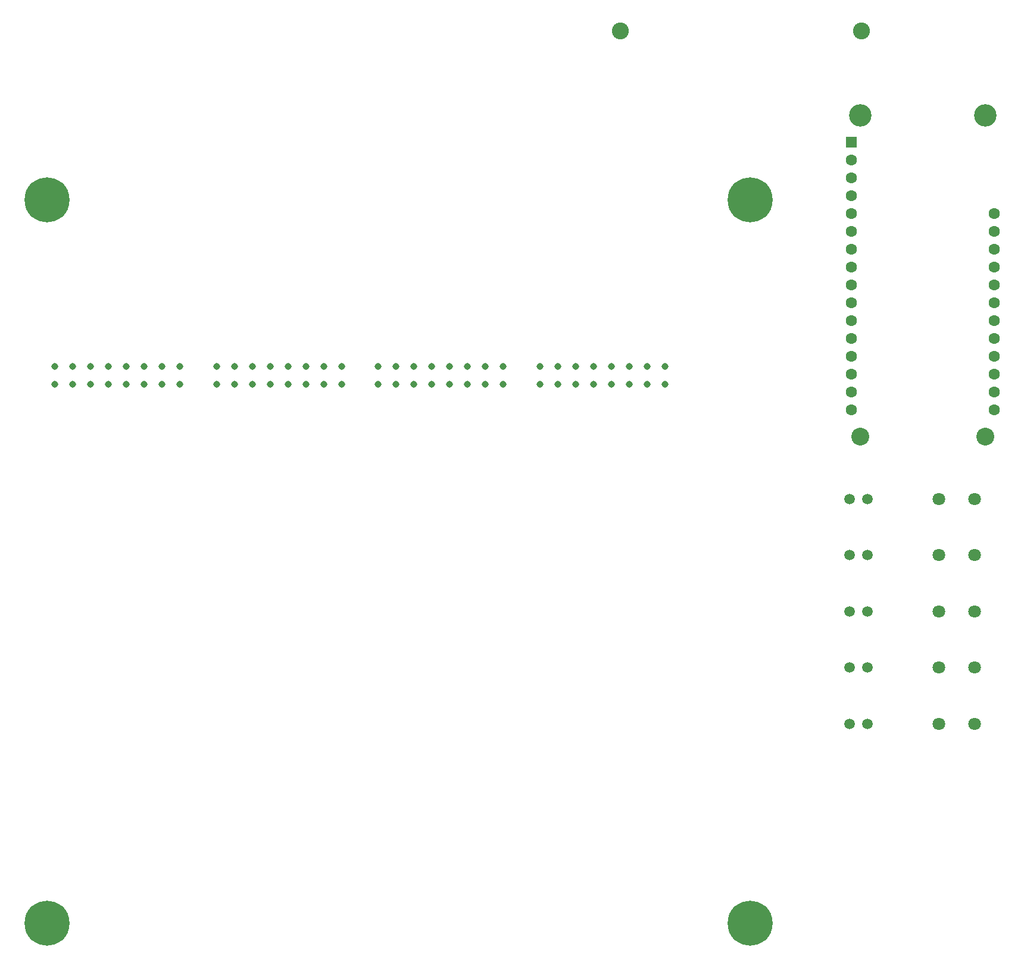
<source format=gbs>
G04 #@! TF.GenerationSoftware,KiCad,Pcbnew,8.0.2*
G04 #@! TF.CreationDate,2024-05-16T19:31:03+09:30*
G04 #@! TF.ProjectId,shutdownPCB,73687574-646f-4776-9e50-43422e6b6963,rev?*
G04 #@! TF.SameCoordinates,Original*
G04 #@! TF.FileFunction,Soldermask,Bot*
G04 #@! TF.FilePolarity,Negative*
%FSLAX46Y46*%
G04 Gerber Fmt 4.6, Leading zero omitted, Abs format (unit mm)*
G04 Created by KiCad (PCBNEW 8.0.2) date 2024-05-16 19:31:03*
%MOMM*%
%LPD*%
G01*
G04 APERTURE LIST*
%ADD10C,1.500000*%
%ADD11C,1.800000*%
%ADD12C,0.800000*%
%ADD13C,6.400000*%
%ADD14C,3.200000*%
%ADD15C,2.540000*%
%ADD16R,1.600000X1.600000*%
%ADD17C,1.600000*%
%ADD18C,0.970000*%
%ADD19C,2.410000*%
G04 APERTURE END LIST*
D10*
X192684400Y-168806400D03*
X195224400Y-168806400D03*
D11*
X205384400Y-168806400D03*
X210464400Y-168806400D03*
D12*
X76166944Y-213237744D03*
X76869888Y-211540688D03*
X76869888Y-214934800D03*
X78566944Y-210837744D03*
D13*
X78566944Y-213237744D03*
D12*
X78566944Y-215637744D03*
X80264000Y-211540688D03*
X80264000Y-214934800D03*
X80966944Y-213237744D03*
D10*
X192684400Y-184806400D03*
X195224400Y-184806400D03*
D11*
X205384400Y-184806400D03*
X210464400Y-184806400D03*
D12*
X176166944Y-110237744D03*
X176869888Y-108540688D03*
X176869888Y-111934800D03*
X178566944Y-107837744D03*
D13*
X178566944Y-110237744D03*
D12*
X178566944Y-112637744D03*
X180264000Y-108540688D03*
X180264000Y-111934800D03*
X180966944Y-110237744D03*
D14*
X194259200Y-98196400D03*
D15*
X194259200Y-143916400D03*
D14*
X212039200Y-98196400D03*
D15*
X212039200Y-143916400D03*
D16*
X192989200Y-102006400D03*
D17*
X192989200Y-104546400D03*
X192989200Y-107086400D03*
X192989200Y-109626400D03*
X192989200Y-112166400D03*
X192989200Y-114706400D03*
X192989200Y-117246400D03*
X192989200Y-119786400D03*
X192989200Y-122326400D03*
X192989200Y-124866400D03*
X192989200Y-127406400D03*
X192989200Y-129946400D03*
X192989200Y-132486400D03*
X192989200Y-135026400D03*
X192989200Y-137566400D03*
X192989200Y-140106400D03*
X213309200Y-140106400D03*
X213309200Y-137566400D03*
X213309200Y-135026400D03*
X213309200Y-132486400D03*
X213309200Y-129946400D03*
X213309200Y-127406400D03*
X213309200Y-124866400D03*
X213309200Y-122326400D03*
X213309200Y-119786400D03*
X213309200Y-117246400D03*
X213309200Y-114706400D03*
X213309200Y-112166400D03*
D10*
X192684400Y-176806400D03*
X195224400Y-176806400D03*
D11*
X205384400Y-176806400D03*
X210464400Y-176806400D03*
D10*
X192684400Y-160806400D03*
X195224400Y-160806400D03*
D11*
X205384400Y-160806400D03*
X210464400Y-160806400D03*
D10*
X192684400Y-152806400D03*
X195224400Y-152806400D03*
D11*
X205384400Y-152806400D03*
X210464400Y-152806400D03*
D18*
X148676944Y-133967744D03*
X148676944Y-136507744D03*
X151216944Y-133967744D03*
X151216944Y-136507744D03*
X153756944Y-133967744D03*
X153756944Y-136507744D03*
X156296944Y-133967744D03*
X156296944Y-136507744D03*
X158836944Y-133967744D03*
X158836944Y-136507744D03*
X161376944Y-133967744D03*
X161376944Y-136507744D03*
X163916944Y-133967744D03*
X163916944Y-136507744D03*
X166456944Y-133967744D03*
X166456944Y-136507744D03*
X102676944Y-133967744D03*
X102676944Y-136507744D03*
X105216944Y-133967744D03*
X105216944Y-136507744D03*
X107756944Y-133967744D03*
X107756944Y-136507744D03*
X110296944Y-133967744D03*
X110296944Y-136507744D03*
X112836944Y-133967744D03*
X112836944Y-136507744D03*
X115376944Y-133967744D03*
X115376944Y-136507744D03*
X117916944Y-133967744D03*
X117916944Y-136507744D03*
X120456944Y-133967744D03*
X120456944Y-136507744D03*
X79676944Y-133967744D03*
X79676944Y-136507744D03*
X82216944Y-133967744D03*
X82216944Y-136507744D03*
X84756944Y-133967744D03*
X84756944Y-136507744D03*
X87296944Y-133967744D03*
X87296944Y-136507744D03*
X89836944Y-133967744D03*
X89836944Y-136507744D03*
X92376944Y-133967744D03*
X92376944Y-136507744D03*
X94916944Y-133967744D03*
X94916944Y-136507744D03*
X97456944Y-133967744D03*
X97456944Y-136507744D03*
X125676944Y-133967744D03*
X125676944Y-136507744D03*
X128216944Y-133967744D03*
X128216944Y-136507744D03*
X130756944Y-133967744D03*
X130756944Y-136507744D03*
X133296944Y-133967744D03*
X133296944Y-136507744D03*
X135836944Y-133967744D03*
X135836944Y-136507744D03*
X138376944Y-133967744D03*
X138376944Y-136507744D03*
X140916944Y-133967744D03*
X140916944Y-136507744D03*
X143456944Y-133967744D03*
X143456944Y-136507744D03*
D12*
X176166944Y-213237744D03*
X176869888Y-211540688D03*
X176869888Y-214934800D03*
X178566944Y-210837744D03*
D13*
X178566944Y-213237744D03*
D12*
X178566944Y-215637744D03*
X180264000Y-211540688D03*
X180264000Y-214934800D03*
X180966944Y-213237744D03*
X76166944Y-110237744D03*
X76869888Y-108540688D03*
X76869888Y-111934800D03*
X78566944Y-107837744D03*
D13*
X78566944Y-110237744D03*
D12*
X78566944Y-112637744D03*
X80264000Y-108540688D03*
X80264000Y-111934800D03*
X80966944Y-110237744D03*
D19*
X160133600Y-86234000D03*
X194433600Y-86234000D03*
M02*

</source>
